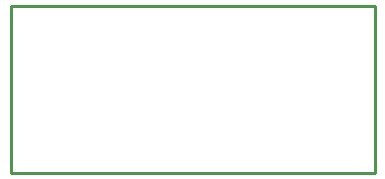
<source format=gm1>
G04*
G04 #@! TF.GenerationSoftware,Altium Limited,Altium Designer,22.9.1 (49)*
G04*
G04 Layer_Color=16711935*
%FSLAX25Y25*%
%MOIN*%
G70*
G04*
G04 #@! TF.SameCoordinates,E7B6729E-600D-4C31-B664-834E27CDD885*
G04*
G04*
G04 #@! TF.FilePolarity,Positive*
G04*
G01*
G75*
%ADD12C,0.01000*%
D12*
X321700Y210908D02*
Y266782D01*
X442992D01*
Y210908D02*
Y266782D01*
X321700Y210908D02*
X442992D01*
X321700D02*
Y266782D01*
X442992D01*
Y210908D02*
Y266782D01*
X321700Y210908D02*
X442992D01*
M02*

</source>
